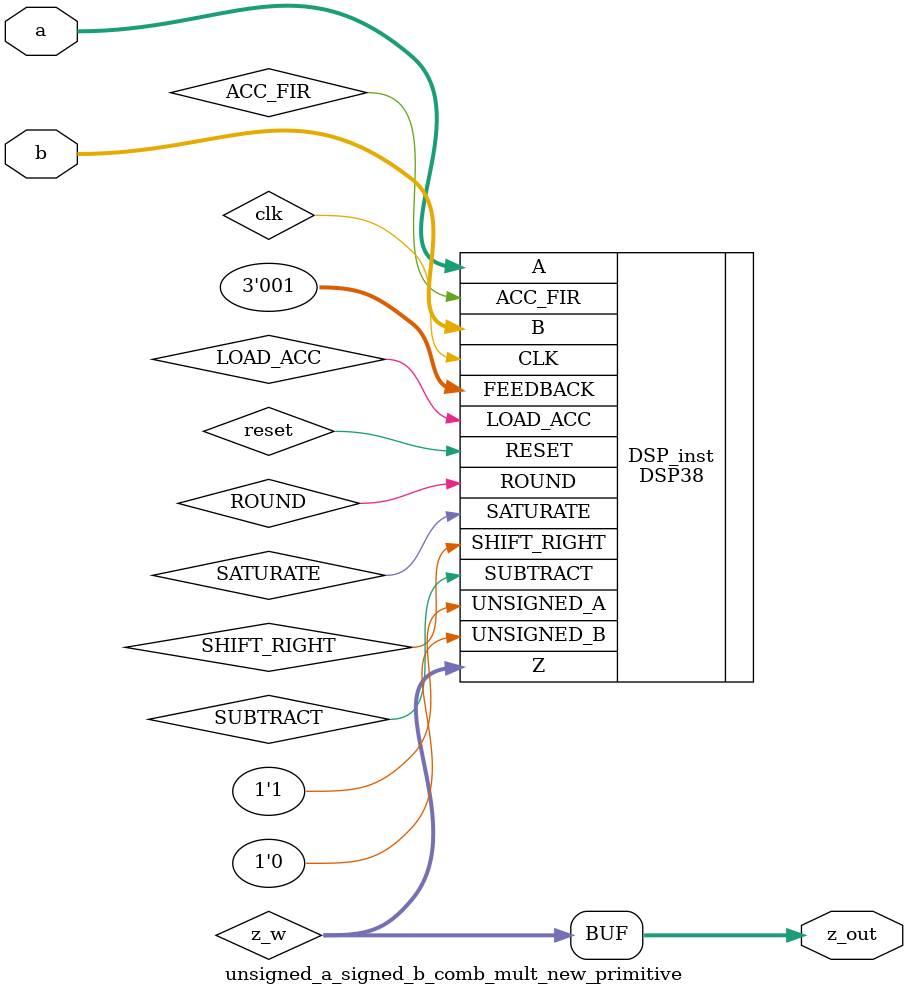
<source format=v>
module unsigned_a_signed_b_comb_mult_new_primitive (
	input  wire [19:0] a,
    input  wire [17:0] b,
    output wire [37:0] z_out
    );

    parameter [79:0] MODE_BITS = 80'd0;
    
    wire [37:0] z_w;

DSP38 #(
  .DSP_MODE("MULTIPLY"), // DSp arithmetic mode (MULTIPLY/MULTIPLY_ADD_SUB/MULTIPLY_ACCUMULATE)
  .COEFF_0(20'h00000), // 20-bit A input coefficient 0
  .COEFF_1(20'h00000), // 20-bit A input coefficient 1
  .COEFF_2(20'h00000), // 20-bit A input coefficient 2
  .COEFF_3(20'h00000), // 20-bit A input coefficient 3
  .OUTPUT_REG_EN("FALSE"), // Enable output register (TRUE/FALSE)
  .INPUT_REG_EN("FALSE") // Enable input register (TRUE/FALSE)
) DSP_inst(
  .A(a), // 20-bit data input for multipluier or accumulator loading
  .B(b), // 18-bit data input for multiplication
  .ACC_FIR(ACC_FIR), // 6-bit left shift A input
  .Z(z_w), // 38-bit data output
  .CLK(clk), // Clock
  .RESET(reset), // None
  .FEEDBACK(3'd1), // 3-bit feedback input selects coefficient
  .LOAD_ACC(LOAD_ACC), // Load accumulator input
  .SATURATE(SATURATE), // Saturate enable
  .SHIFT_RIGHT(SHIFT_RIGHT), // 6-bit Shift right
  .ROUND(ROUND), // Round
  .SUBTRACT(SUBTRACT), // Add or subtract
  .UNSIGNED_A (1'b1), // Selects signed or unsigned data for A input
  .UNSIGNED_B (1'b0) 
);	
    assign z_out = z_w;

endmodule




</source>
